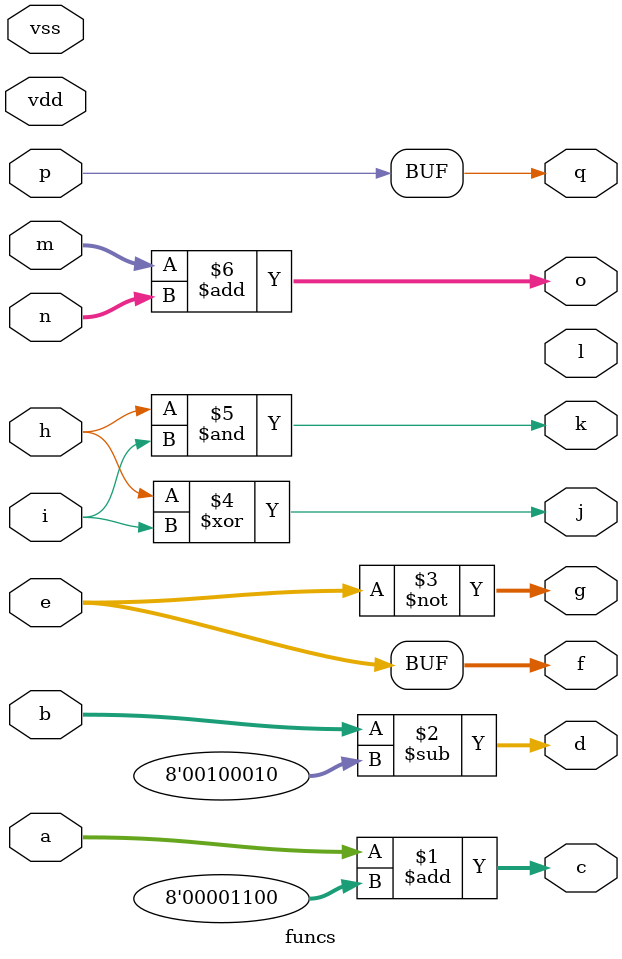
<source format=v>

`default_nettype none

module funcs (
    input [7:0] a,
    input [7:0] b,
    output [7:0] c,
    output [7:0] d,
    input [127:0] e,
    output [127:0] f,
    output [127:0] g,
    input h,
    input i,
    output j,
    output k,
    output l,
    input [7:0] m,
    input [7:0] n,
    output [7:0] o,
    input p,
    output q,
    inout vdd,
    inout vss
);

    assign c = a + 8'd12;
    assign d = b - 8'd34;
    assign f = e;
    assign g = ~e;
    assign j = h ^ i;
    assign k = h & i;
    assign o = m + n;
    assign q = p;

endmodule

`default_nettype wire

</source>
